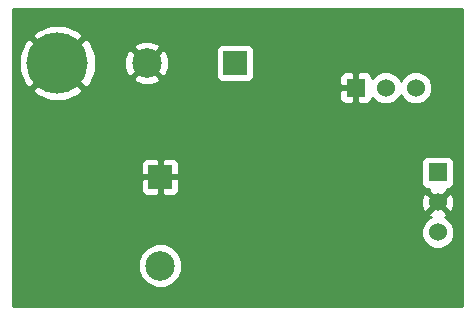
<source format=gtl>
G04 (created by PCBNEW (2013-jul-07)-stable) date Wed 30 Apr 2014 10:49:50 BST*
%MOIN*%
G04 Gerber Fmt 3.4, Leading zero omitted, Abs format*
%FSLAX34Y34*%
G01*
G70*
G90*
G04 APERTURE LIST*
%ADD10C,0.00590551*%
%ADD11R,0.06X0.06*%
%ADD12C,0.06*%
%ADD13R,0.0787X0.0787*%
%ADD14C,0.0984*%
%ADD15C,0.2047*%
%ADD16C,0.01*%
G04 APERTURE END LIST*
G54D10*
G54D11*
X11834Y7716D03*
G54D12*
X12834Y7716D03*
X13834Y7716D03*
G54D13*
X5314Y4743D03*
G54D14*
X5314Y1791D03*
G54D13*
X7814Y8542D03*
G54D14*
X4862Y8542D03*
G54D15*
X1889Y8542D03*
G54D11*
X14566Y4897D03*
G54D12*
X14566Y3897D03*
X14566Y2897D03*
G54D10*
G36*
X15387Y5925D02*
X15383Y5905D01*
X15383Y443D01*
X15121Y443D01*
X15121Y3816D01*
X15117Y3910D01*
X15117Y4647D01*
X15117Y5247D01*
X15079Y5339D01*
X15008Y5409D01*
X14916Y5447D01*
X14817Y5447D01*
X14384Y5447D01*
X14384Y7825D01*
X14301Y8027D01*
X14146Y8182D01*
X13944Y8266D01*
X13725Y8266D01*
X13523Y8183D01*
X13368Y8028D01*
X13334Y7946D01*
X13301Y8027D01*
X13146Y8182D01*
X12944Y8266D01*
X12725Y8266D01*
X12523Y8183D01*
X12384Y8044D01*
X12384Y8066D01*
X12346Y8158D01*
X12276Y8228D01*
X12184Y8266D01*
X11947Y8266D01*
X11884Y8204D01*
X11884Y7766D01*
X11892Y7766D01*
X11892Y7666D01*
X11884Y7666D01*
X11884Y7229D01*
X11947Y7166D01*
X12184Y7166D01*
X12276Y7204D01*
X12346Y7274D01*
X12384Y7366D01*
X12384Y7388D01*
X12522Y7250D01*
X12724Y7166D01*
X12943Y7166D01*
X13145Y7249D01*
X13300Y7404D01*
X13334Y7486D01*
X13368Y7405D01*
X13522Y7250D01*
X13724Y7166D01*
X13943Y7166D01*
X14145Y7249D01*
X14300Y7404D01*
X14384Y7606D01*
X14384Y7825D01*
X14384Y5447D01*
X14217Y5447D01*
X14125Y5409D01*
X14055Y5339D01*
X14017Y5247D01*
X14016Y5148D01*
X14016Y4548D01*
X14054Y4456D01*
X14125Y4386D01*
X14217Y4347D01*
X14270Y4347D01*
X14251Y4283D01*
X14566Y3968D01*
X14882Y4283D01*
X14863Y4347D01*
X14916Y4347D01*
X15008Y4385D01*
X15078Y4456D01*
X15116Y4547D01*
X15117Y4647D01*
X15117Y3910D01*
X15110Y4034D01*
X15048Y4185D01*
X14952Y4213D01*
X14637Y3897D01*
X14952Y3582D01*
X15048Y3610D01*
X15121Y3816D01*
X15121Y443D01*
X15117Y443D01*
X15117Y3006D01*
X15033Y3209D01*
X14878Y3363D01*
X14803Y3395D01*
X14854Y3416D01*
X14882Y3511D01*
X14566Y3827D01*
X14496Y3756D01*
X14496Y3897D01*
X14181Y4213D01*
X14085Y4185D01*
X14012Y3979D01*
X14023Y3761D01*
X14085Y3610D01*
X14181Y3582D01*
X14496Y3897D01*
X14496Y3756D01*
X14251Y3511D01*
X14279Y3416D01*
X14334Y3396D01*
X14255Y3364D01*
X14100Y3209D01*
X14017Y3007D01*
X14016Y2788D01*
X14100Y2586D01*
X14255Y2431D01*
X14457Y2347D01*
X14675Y2347D01*
X14878Y2431D01*
X15032Y2585D01*
X15116Y2787D01*
X15117Y3006D01*
X15117Y443D01*
X11784Y443D01*
X11784Y7229D01*
X11784Y7666D01*
X11784Y7766D01*
X11784Y8204D01*
X11722Y8266D01*
X11485Y8266D01*
X11393Y8228D01*
X11322Y8158D01*
X11284Y8066D01*
X11284Y7967D01*
X11284Y7829D01*
X11347Y7766D01*
X11784Y7766D01*
X11784Y7666D01*
X11347Y7666D01*
X11284Y7604D01*
X11284Y7466D01*
X11284Y7366D01*
X11322Y7274D01*
X11393Y7204D01*
X11485Y7166D01*
X11722Y7166D01*
X11784Y7229D01*
X11784Y443D01*
X8458Y443D01*
X8458Y8198D01*
X8458Y8985D01*
X8420Y9077D01*
X8350Y9148D01*
X8258Y9186D01*
X8158Y9186D01*
X7371Y9186D01*
X7280Y9148D01*
X7209Y9078D01*
X7171Y8986D01*
X7171Y8886D01*
X7171Y8099D01*
X7209Y8007D01*
X7279Y7937D01*
X7371Y7899D01*
X7470Y7899D01*
X8257Y7899D01*
X8349Y7937D01*
X8420Y8007D01*
X8458Y8099D01*
X8458Y8198D01*
X8458Y443D01*
X6057Y443D01*
X6057Y1938D01*
X5958Y2177D01*
X5958Y4300D01*
X5958Y5186D01*
X5920Y5278D01*
X5850Y5349D01*
X5758Y5387D01*
X5658Y5387D01*
X5608Y5387D01*
X5608Y8415D01*
X5600Y8710D01*
X5503Y8946D01*
X5387Y8996D01*
X5317Y8926D01*
X5317Y9067D01*
X5266Y9182D01*
X4990Y9288D01*
X4695Y9280D01*
X4459Y9182D01*
X4408Y9067D01*
X4862Y8613D01*
X5317Y9067D01*
X5317Y8926D01*
X4933Y8542D01*
X5387Y8088D01*
X5503Y8139D01*
X5608Y8415D01*
X5608Y5387D01*
X5427Y5387D01*
X5364Y5324D01*
X5364Y4793D01*
X5895Y4793D01*
X5958Y4856D01*
X5958Y5186D01*
X5958Y4300D01*
X5958Y4631D01*
X5895Y4693D01*
X5364Y4693D01*
X5364Y4162D01*
X5427Y4100D01*
X5658Y4100D01*
X5758Y4100D01*
X5850Y4138D01*
X5920Y4208D01*
X5958Y4300D01*
X5958Y2177D01*
X5944Y2211D01*
X5735Y2420D01*
X5463Y2533D01*
X5317Y2533D01*
X5317Y8018D01*
X4862Y8472D01*
X4792Y8401D01*
X4792Y8542D01*
X4338Y8996D01*
X4222Y8946D01*
X4117Y8670D01*
X4125Y8375D01*
X4222Y8139D01*
X4338Y8088D01*
X4792Y8542D01*
X4792Y8401D01*
X4408Y8018D01*
X4459Y7902D01*
X4735Y7797D01*
X5030Y7805D01*
X5266Y7902D01*
X5317Y8018D01*
X5317Y2533D01*
X5264Y2533D01*
X5264Y4162D01*
X5264Y4693D01*
X5264Y4793D01*
X5264Y5324D01*
X5202Y5387D01*
X4970Y5387D01*
X4871Y5387D01*
X4779Y5349D01*
X4709Y5278D01*
X4671Y5186D01*
X4671Y4856D01*
X4733Y4793D01*
X5264Y4793D01*
X5264Y4693D01*
X4733Y4693D01*
X4671Y4631D01*
X4671Y4300D01*
X4709Y4208D01*
X4779Y4138D01*
X4871Y4100D01*
X4970Y4100D01*
X5202Y4100D01*
X5264Y4162D01*
X5264Y2533D01*
X5168Y2533D01*
X4895Y2421D01*
X4686Y2212D01*
X4573Y1940D01*
X4572Y1644D01*
X4685Y1372D01*
X4894Y1163D01*
X5166Y1049D01*
X5461Y1049D01*
X5734Y1162D01*
X5943Y1371D01*
X6056Y1643D01*
X6057Y1938D01*
X6057Y443D01*
X3163Y443D01*
X3163Y8795D01*
X2970Y9263D01*
X2969Y9265D01*
X2798Y9380D01*
X2727Y9310D01*
X2727Y9451D01*
X2612Y9621D01*
X2144Y9816D01*
X1637Y9816D01*
X1169Y9623D01*
X1167Y9621D01*
X1052Y9451D01*
X1889Y8613D01*
X2727Y9451D01*
X2727Y9310D01*
X1960Y8542D01*
X2798Y7704D01*
X2969Y7820D01*
X3163Y8288D01*
X3163Y8795D01*
X3163Y443D01*
X2727Y443D01*
X2727Y7634D01*
X1889Y8472D01*
X1819Y8401D01*
X1819Y8542D01*
X981Y9380D01*
X810Y9265D01*
X616Y8797D01*
X616Y8290D01*
X809Y7822D01*
X810Y7820D01*
X981Y7704D01*
X1819Y8542D01*
X1819Y8401D01*
X1052Y7634D01*
X1167Y7463D01*
X1635Y7269D01*
X2142Y7269D01*
X2610Y7462D01*
X2612Y7463D01*
X2727Y7634D01*
X2727Y443D01*
X403Y443D01*
X403Y10344D01*
X10000Y10344D01*
X15383Y10344D01*
X15383Y5944D01*
X15387Y5925D01*
X15387Y5925D01*
G37*
G54D16*
X15387Y5925D02*
X15383Y5905D01*
X15383Y443D01*
X15121Y443D01*
X15121Y3816D01*
X15117Y3910D01*
X15117Y4647D01*
X15117Y5247D01*
X15079Y5339D01*
X15008Y5409D01*
X14916Y5447D01*
X14817Y5447D01*
X14384Y5447D01*
X14384Y7825D01*
X14301Y8027D01*
X14146Y8182D01*
X13944Y8266D01*
X13725Y8266D01*
X13523Y8183D01*
X13368Y8028D01*
X13334Y7946D01*
X13301Y8027D01*
X13146Y8182D01*
X12944Y8266D01*
X12725Y8266D01*
X12523Y8183D01*
X12384Y8044D01*
X12384Y8066D01*
X12346Y8158D01*
X12276Y8228D01*
X12184Y8266D01*
X11947Y8266D01*
X11884Y8204D01*
X11884Y7766D01*
X11892Y7766D01*
X11892Y7666D01*
X11884Y7666D01*
X11884Y7229D01*
X11947Y7166D01*
X12184Y7166D01*
X12276Y7204D01*
X12346Y7274D01*
X12384Y7366D01*
X12384Y7388D01*
X12522Y7250D01*
X12724Y7166D01*
X12943Y7166D01*
X13145Y7249D01*
X13300Y7404D01*
X13334Y7486D01*
X13368Y7405D01*
X13522Y7250D01*
X13724Y7166D01*
X13943Y7166D01*
X14145Y7249D01*
X14300Y7404D01*
X14384Y7606D01*
X14384Y7825D01*
X14384Y5447D01*
X14217Y5447D01*
X14125Y5409D01*
X14055Y5339D01*
X14017Y5247D01*
X14016Y5148D01*
X14016Y4548D01*
X14054Y4456D01*
X14125Y4386D01*
X14217Y4347D01*
X14270Y4347D01*
X14251Y4283D01*
X14566Y3968D01*
X14882Y4283D01*
X14863Y4347D01*
X14916Y4347D01*
X15008Y4385D01*
X15078Y4456D01*
X15116Y4547D01*
X15117Y4647D01*
X15117Y3910D01*
X15110Y4034D01*
X15048Y4185D01*
X14952Y4213D01*
X14637Y3897D01*
X14952Y3582D01*
X15048Y3610D01*
X15121Y3816D01*
X15121Y443D01*
X15117Y443D01*
X15117Y3006D01*
X15033Y3209D01*
X14878Y3363D01*
X14803Y3395D01*
X14854Y3416D01*
X14882Y3511D01*
X14566Y3827D01*
X14496Y3756D01*
X14496Y3897D01*
X14181Y4213D01*
X14085Y4185D01*
X14012Y3979D01*
X14023Y3761D01*
X14085Y3610D01*
X14181Y3582D01*
X14496Y3897D01*
X14496Y3756D01*
X14251Y3511D01*
X14279Y3416D01*
X14334Y3396D01*
X14255Y3364D01*
X14100Y3209D01*
X14017Y3007D01*
X14016Y2788D01*
X14100Y2586D01*
X14255Y2431D01*
X14457Y2347D01*
X14675Y2347D01*
X14878Y2431D01*
X15032Y2585D01*
X15116Y2787D01*
X15117Y3006D01*
X15117Y443D01*
X11784Y443D01*
X11784Y7229D01*
X11784Y7666D01*
X11784Y7766D01*
X11784Y8204D01*
X11722Y8266D01*
X11485Y8266D01*
X11393Y8228D01*
X11322Y8158D01*
X11284Y8066D01*
X11284Y7967D01*
X11284Y7829D01*
X11347Y7766D01*
X11784Y7766D01*
X11784Y7666D01*
X11347Y7666D01*
X11284Y7604D01*
X11284Y7466D01*
X11284Y7366D01*
X11322Y7274D01*
X11393Y7204D01*
X11485Y7166D01*
X11722Y7166D01*
X11784Y7229D01*
X11784Y443D01*
X8458Y443D01*
X8458Y8198D01*
X8458Y8985D01*
X8420Y9077D01*
X8350Y9148D01*
X8258Y9186D01*
X8158Y9186D01*
X7371Y9186D01*
X7280Y9148D01*
X7209Y9078D01*
X7171Y8986D01*
X7171Y8886D01*
X7171Y8099D01*
X7209Y8007D01*
X7279Y7937D01*
X7371Y7899D01*
X7470Y7899D01*
X8257Y7899D01*
X8349Y7937D01*
X8420Y8007D01*
X8458Y8099D01*
X8458Y8198D01*
X8458Y443D01*
X6057Y443D01*
X6057Y1938D01*
X5958Y2177D01*
X5958Y4300D01*
X5958Y5186D01*
X5920Y5278D01*
X5850Y5349D01*
X5758Y5387D01*
X5658Y5387D01*
X5608Y5387D01*
X5608Y8415D01*
X5600Y8710D01*
X5503Y8946D01*
X5387Y8996D01*
X5317Y8926D01*
X5317Y9067D01*
X5266Y9182D01*
X4990Y9288D01*
X4695Y9280D01*
X4459Y9182D01*
X4408Y9067D01*
X4862Y8613D01*
X5317Y9067D01*
X5317Y8926D01*
X4933Y8542D01*
X5387Y8088D01*
X5503Y8139D01*
X5608Y8415D01*
X5608Y5387D01*
X5427Y5387D01*
X5364Y5324D01*
X5364Y4793D01*
X5895Y4793D01*
X5958Y4856D01*
X5958Y5186D01*
X5958Y4300D01*
X5958Y4631D01*
X5895Y4693D01*
X5364Y4693D01*
X5364Y4162D01*
X5427Y4100D01*
X5658Y4100D01*
X5758Y4100D01*
X5850Y4138D01*
X5920Y4208D01*
X5958Y4300D01*
X5958Y2177D01*
X5944Y2211D01*
X5735Y2420D01*
X5463Y2533D01*
X5317Y2533D01*
X5317Y8018D01*
X4862Y8472D01*
X4792Y8401D01*
X4792Y8542D01*
X4338Y8996D01*
X4222Y8946D01*
X4117Y8670D01*
X4125Y8375D01*
X4222Y8139D01*
X4338Y8088D01*
X4792Y8542D01*
X4792Y8401D01*
X4408Y8018D01*
X4459Y7902D01*
X4735Y7797D01*
X5030Y7805D01*
X5266Y7902D01*
X5317Y8018D01*
X5317Y2533D01*
X5264Y2533D01*
X5264Y4162D01*
X5264Y4693D01*
X5264Y4793D01*
X5264Y5324D01*
X5202Y5387D01*
X4970Y5387D01*
X4871Y5387D01*
X4779Y5349D01*
X4709Y5278D01*
X4671Y5186D01*
X4671Y4856D01*
X4733Y4793D01*
X5264Y4793D01*
X5264Y4693D01*
X4733Y4693D01*
X4671Y4631D01*
X4671Y4300D01*
X4709Y4208D01*
X4779Y4138D01*
X4871Y4100D01*
X4970Y4100D01*
X5202Y4100D01*
X5264Y4162D01*
X5264Y2533D01*
X5168Y2533D01*
X4895Y2421D01*
X4686Y2212D01*
X4573Y1940D01*
X4572Y1644D01*
X4685Y1372D01*
X4894Y1163D01*
X5166Y1049D01*
X5461Y1049D01*
X5734Y1162D01*
X5943Y1371D01*
X6056Y1643D01*
X6057Y1938D01*
X6057Y443D01*
X3163Y443D01*
X3163Y8795D01*
X2970Y9263D01*
X2969Y9265D01*
X2798Y9380D01*
X2727Y9310D01*
X2727Y9451D01*
X2612Y9621D01*
X2144Y9816D01*
X1637Y9816D01*
X1169Y9623D01*
X1167Y9621D01*
X1052Y9451D01*
X1889Y8613D01*
X2727Y9451D01*
X2727Y9310D01*
X1960Y8542D01*
X2798Y7704D01*
X2969Y7820D01*
X3163Y8288D01*
X3163Y8795D01*
X3163Y443D01*
X2727Y443D01*
X2727Y7634D01*
X1889Y8472D01*
X1819Y8401D01*
X1819Y8542D01*
X981Y9380D01*
X810Y9265D01*
X616Y8797D01*
X616Y8290D01*
X809Y7822D01*
X810Y7820D01*
X981Y7704D01*
X1819Y8542D01*
X1819Y8401D01*
X1052Y7634D01*
X1167Y7463D01*
X1635Y7269D01*
X2142Y7269D01*
X2610Y7462D01*
X2612Y7463D01*
X2727Y7634D01*
X2727Y443D01*
X403Y443D01*
X403Y10344D01*
X10000Y10344D01*
X15383Y10344D01*
X15383Y5944D01*
X15387Y5925D01*
M02*

</source>
